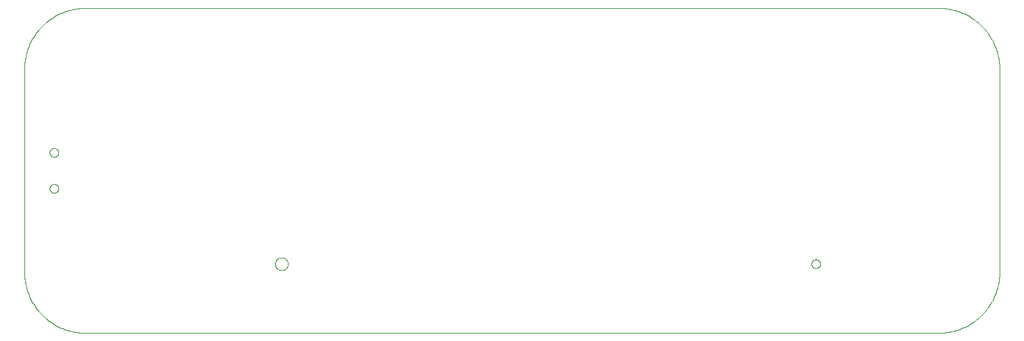
<source format=gbp>
G04 EAGLE Gerber RS-274X export*
G75*
%MOMM*%
%FSLAX34Y34*%
%LPD*%
%INBottom solder paste for stencil*%
%IPPOS*%
%AMOC8*
5,1,8,0,0,1.08239X$1,22.5*%
G01*
%ADD10C,0.000000*%


D10*
X76200Y0D02*
X1143000Y0D01*
X1219000Y76200D02*
X1219000Y330200D01*
X1143000Y406400D02*
X76200Y406400D01*
X0Y330200D02*
X0Y76200D01*
X22Y74359D01*
X89Y72519D01*
X200Y70680D01*
X356Y68846D01*
X556Y67015D01*
X800Y65190D01*
X1088Y63371D01*
X1420Y61560D01*
X1795Y59757D01*
X2214Y57964D01*
X2676Y56182D01*
X3182Y54411D01*
X3729Y52653D01*
X4320Y50909D01*
X4952Y49179D01*
X5625Y47465D01*
X6340Y45768D01*
X7096Y44089D01*
X7892Y42429D01*
X8728Y40788D01*
X9604Y39168D01*
X10518Y37570D01*
X11471Y35994D01*
X12461Y34441D01*
X13489Y32913D01*
X14553Y31411D01*
X15653Y29934D01*
X16789Y28485D01*
X17959Y27063D01*
X19163Y25670D01*
X20401Y24307D01*
X21671Y22973D01*
X22973Y21671D01*
X24307Y20401D01*
X25670Y19163D01*
X27063Y17959D01*
X28485Y16789D01*
X29934Y15653D01*
X31411Y14553D01*
X32913Y13489D01*
X34441Y12461D01*
X35994Y11471D01*
X37570Y10518D01*
X39168Y9604D01*
X40788Y8728D01*
X42429Y7892D01*
X44089Y7096D01*
X45768Y6340D01*
X47465Y5625D01*
X49179Y4952D01*
X50909Y4320D01*
X52653Y3729D01*
X54411Y3182D01*
X56182Y2676D01*
X57964Y2214D01*
X59757Y1795D01*
X61560Y1420D01*
X63371Y1088D01*
X65190Y800D01*
X67015Y556D01*
X68846Y356D01*
X70680Y200D01*
X72519Y89D01*
X74359Y22D01*
X76200Y0D01*
X0Y330200D02*
X22Y332041D01*
X89Y333881D01*
X200Y335720D01*
X356Y337554D01*
X556Y339385D01*
X800Y341210D01*
X1088Y343029D01*
X1420Y344840D01*
X1795Y346643D01*
X2214Y348436D01*
X2676Y350218D01*
X3182Y351989D01*
X3729Y353747D01*
X4320Y355491D01*
X4952Y357221D01*
X5625Y358935D01*
X6340Y360632D01*
X7096Y362311D01*
X7892Y363971D01*
X8728Y365612D01*
X9604Y367232D01*
X10518Y368830D01*
X11471Y370406D01*
X12461Y371959D01*
X13489Y373487D01*
X14553Y374989D01*
X15653Y376466D01*
X16789Y377915D01*
X17959Y379337D01*
X19163Y380730D01*
X20401Y382093D01*
X21671Y383427D01*
X22973Y384729D01*
X24307Y385999D01*
X25670Y387237D01*
X27063Y388441D01*
X28485Y389611D01*
X29934Y390747D01*
X31411Y391847D01*
X32913Y392911D01*
X34441Y393939D01*
X35994Y394929D01*
X37570Y395882D01*
X39168Y396796D01*
X40788Y397672D01*
X42429Y398508D01*
X44089Y399304D01*
X45768Y400060D01*
X47465Y400775D01*
X49179Y401448D01*
X50909Y402080D01*
X52653Y402671D01*
X54411Y403218D01*
X56182Y403724D01*
X57964Y404186D01*
X59757Y404605D01*
X61560Y404980D01*
X63371Y405312D01*
X65190Y405600D01*
X67015Y405844D01*
X68846Y406044D01*
X70680Y406200D01*
X72519Y406311D01*
X74359Y406378D01*
X76200Y406400D01*
X1143000Y406400D02*
X1144839Y406375D01*
X1146677Y406306D01*
X1148512Y406193D01*
X1150344Y406035D01*
X1152172Y405833D01*
X1153995Y405587D01*
X1155811Y405297D01*
X1157619Y404963D01*
X1159419Y404586D01*
X1161209Y404165D01*
X1162989Y403701D01*
X1164756Y403194D01*
X1166511Y402644D01*
X1168252Y402053D01*
X1169979Y401419D01*
X1171690Y400744D01*
X1173383Y400028D01*
X1175059Y399271D01*
X1176716Y398474D01*
X1178354Y397637D01*
X1179971Y396760D01*
X1181566Y395845D01*
X1183138Y394892D01*
X1184687Y393901D01*
X1186212Y392872D01*
X1187711Y391807D01*
X1189184Y390707D01*
X1190631Y389571D01*
X1192049Y388400D01*
X1193438Y387195D01*
X1194798Y385957D01*
X1196128Y384687D01*
X1197427Y383385D01*
X1198694Y382052D01*
X1199928Y380689D01*
X1201129Y379296D01*
X1202296Y377875D01*
X1203428Y376426D01*
X1204525Y374950D01*
X1205586Y373447D01*
X1206610Y371920D01*
X1207597Y370368D01*
X1208547Y368793D01*
X1209458Y367196D01*
X1210330Y365577D01*
X1211162Y363937D01*
X1211955Y362278D01*
X1212708Y360600D01*
X1213420Y358904D01*
X1214090Y357192D01*
X1214719Y355464D01*
X1215306Y353721D01*
X1215851Y351965D01*
X1216353Y350196D01*
X1216813Y348415D01*
X1217229Y346624D01*
X1217601Y344823D01*
X1217931Y343013D01*
X1218216Y341197D01*
X1218457Y339374D01*
X1218654Y337545D01*
X1218807Y335713D01*
X1218916Y333877D01*
X1218980Y332039D01*
X1219000Y330200D01*
X1219000Y76200D02*
X1218980Y74361D01*
X1218916Y72523D01*
X1218807Y70687D01*
X1218654Y68855D01*
X1218457Y67026D01*
X1218216Y65203D01*
X1217931Y63387D01*
X1217601Y61577D01*
X1217229Y59776D01*
X1216813Y57985D01*
X1216353Y56204D01*
X1215851Y54435D01*
X1215306Y52679D01*
X1214719Y50936D01*
X1214090Y49208D01*
X1213420Y47496D01*
X1212708Y45800D01*
X1211955Y44122D01*
X1211162Y42463D01*
X1210330Y40823D01*
X1209458Y39204D01*
X1208547Y37607D01*
X1207597Y36032D01*
X1206610Y34480D01*
X1205586Y32953D01*
X1204525Y31450D01*
X1203428Y29974D01*
X1202296Y28525D01*
X1201129Y27104D01*
X1199928Y25711D01*
X1198694Y24348D01*
X1197427Y23015D01*
X1196128Y21713D01*
X1194798Y20443D01*
X1193438Y19205D01*
X1192049Y18000D01*
X1190631Y16829D01*
X1189184Y15693D01*
X1187711Y14593D01*
X1186212Y13528D01*
X1184687Y12499D01*
X1183138Y11508D01*
X1181566Y10555D01*
X1179971Y9640D01*
X1178354Y8763D01*
X1176716Y7926D01*
X1175059Y7129D01*
X1173383Y6372D01*
X1171690Y5656D01*
X1169979Y4981D01*
X1168252Y4347D01*
X1166511Y3756D01*
X1164756Y3206D01*
X1162989Y2699D01*
X1161209Y2235D01*
X1159419Y1814D01*
X1157619Y1437D01*
X1155811Y1103D01*
X1153995Y813D01*
X1152172Y567D01*
X1150344Y365D01*
X1148512Y207D01*
X1146677Y94D01*
X1144839Y25D01*
X1143000Y0D01*
X31600Y225700D02*
X31602Y225848D01*
X31608Y225996D01*
X31618Y226144D01*
X31632Y226292D01*
X31650Y226439D01*
X31672Y226586D01*
X31698Y226732D01*
X31727Y226877D01*
X31761Y227022D01*
X31799Y227165D01*
X31840Y227308D01*
X31885Y227449D01*
X31935Y227589D01*
X31987Y227727D01*
X32044Y227865D01*
X32104Y228000D01*
X32168Y228134D01*
X32235Y228266D01*
X32306Y228396D01*
X32381Y228525D01*
X32459Y228651D01*
X32540Y228775D01*
X32624Y228897D01*
X32712Y229016D01*
X32803Y229133D01*
X32897Y229248D01*
X32995Y229360D01*
X33095Y229469D01*
X33198Y229576D01*
X33304Y229680D01*
X33412Y229781D01*
X33524Y229879D01*
X33638Y229974D01*
X33754Y230065D01*
X33873Y230154D01*
X33994Y230239D01*
X34118Y230321D01*
X34244Y230400D01*
X34371Y230475D01*
X34501Y230547D01*
X34633Y230616D01*
X34766Y230680D01*
X34901Y230741D01*
X35038Y230799D01*
X35176Y230853D01*
X35316Y230903D01*
X35457Y230949D01*
X35599Y230991D01*
X35742Y231030D01*
X35886Y231064D01*
X36032Y231095D01*
X36177Y231122D01*
X36324Y231145D01*
X36471Y231164D01*
X36619Y231179D01*
X36766Y231190D01*
X36915Y231197D01*
X37063Y231200D01*
X37211Y231199D01*
X37359Y231194D01*
X37507Y231185D01*
X37655Y231172D01*
X37803Y231155D01*
X37949Y231134D01*
X38096Y231109D01*
X38241Y231080D01*
X38386Y231048D01*
X38529Y231011D01*
X38672Y230971D01*
X38814Y230926D01*
X38954Y230878D01*
X39093Y230826D01*
X39230Y230771D01*
X39366Y230711D01*
X39501Y230648D01*
X39633Y230582D01*
X39764Y230512D01*
X39893Y230438D01*
X40019Y230361D01*
X40144Y230281D01*
X40266Y230197D01*
X40387Y230110D01*
X40504Y230020D01*
X40620Y229926D01*
X40732Y229830D01*
X40842Y229731D01*
X40950Y229628D01*
X41054Y229523D01*
X41156Y229415D01*
X41254Y229304D01*
X41350Y229191D01*
X41443Y229075D01*
X41532Y228957D01*
X41618Y228836D01*
X41701Y228713D01*
X41781Y228588D01*
X41857Y228461D01*
X41930Y228331D01*
X41999Y228200D01*
X42064Y228067D01*
X42127Y227933D01*
X42185Y227796D01*
X42240Y227658D01*
X42290Y227519D01*
X42338Y227378D01*
X42381Y227237D01*
X42421Y227094D01*
X42456Y226950D01*
X42488Y226805D01*
X42516Y226659D01*
X42540Y226513D01*
X42560Y226366D01*
X42576Y226218D01*
X42588Y226071D01*
X42596Y225922D01*
X42600Y225774D01*
X42600Y225626D01*
X42596Y225478D01*
X42588Y225329D01*
X42576Y225182D01*
X42560Y225034D01*
X42540Y224887D01*
X42516Y224741D01*
X42488Y224595D01*
X42456Y224450D01*
X42421Y224306D01*
X42381Y224163D01*
X42338Y224022D01*
X42290Y223881D01*
X42240Y223742D01*
X42185Y223604D01*
X42127Y223467D01*
X42064Y223333D01*
X41999Y223200D01*
X41930Y223069D01*
X41857Y222939D01*
X41781Y222812D01*
X41701Y222687D01*
X41618Y222564D01*
X41532Y222443D01*
X41443Y222325D01*
X41350Y222209D01*
X41254Y222096D01*
X41156Y221985D01*
X41054Y221877D01*
X40950Y221772D01*
X40842Y221669D01*
X40732Y221570D01*
X40620Y221474D01*
X40504Y221380D01*
X40387Y221290D01*
X40266Y221203D01*
X40144Y221119D01*
X40019Y221039D01*
X39893Y220962D01*
X39764Y220888D01*
X39633Y220818D01*
X39501Y220752D01*
X39366Y220689D01*
X39230Y220629D01*
X39093Y220574D01*
X38954Y220522D01*
X38814Y220474D01*
X38672Y220429D01*
X38529Y220389D01*
X38386Y220352D01*
X38241Y220320D01*
X38096Y220291D01*
X37949Y220266D01*
X37803Y220245D01*
X37655Y220228D01*
X37507Y220215D01*
X37359Y220206D01*
X37211Y220201D01*
X37063Y220200D01*
X36915Y220203D01*
X36766Y220210D01*
X36619Y220221D01*
X36471Y220236D01*
X36324Y220255D01*
X36177Y220278D01*
X36032Y220305D01*
X35886Y220336D01*
X35742Y220370D01*
X35599Y220409D01*
X35457Y220451D01*
X35316Y220497D01*
X35176Y220547D01*
X35038Y220601D01*
X34901Y220659D01*
X34766Y220720D01*
X34633Y220784D01*
X34501Y220853D01*
X34371Y220925D01*
X34244Y221000D01*
X34118Y221079D01*
X33994Y221161D01*
X33873Y221246D01*
X33754Y221335D01*
X33638Y221426D01*
X33524Y221521D01*
X33412Y221619D01*
X33304Y221720D01*
X33198Y221824D01*
X33095Y221931D01*
X32995Y222040D01*
X32897Y222152D01*
X32803Y222267D01*
X32712Y222384D01*
X32624Y222503D01*
X32540Y222625D01*
X32459Y222749D01*
X32381Y222875D01*
X32306Y223004D01*
X32235Y223134D01*
X32168Y223266D01*
X32104Y223400D01*
X32044Y223535D01*
X31987Y223673D01*
X31935Y223811D01*
X31885Y223951D01*
X31840Y224092D01*
X31799Y224235D01*
X31761Y224378D01*
X31727Y224523D01*
X31698Y224668D01*
X31672Y224814D01*
X31650Y224961D01*
X31632Y225108D01*
X31618Y225256D01*
X31608Y225404D01*
X31602Y225552D01*
X31600Y225700D01*
X31600Y180700D02*
X31602Y180848D01*
X31608Y180996D01*
X31618Y181144D01*
X31632Y181292D01*
X31650Y181439D01*
X31672Y181586D01*
X31698Y181732D01*
X31727Y181877D01*
X31761Y182022D01*
X31799Y182165D01*
X31840Y182308D01*
X31885Y182449D01*
X31935Y182589D01*
X31987Y182727D01*
X32044Y182865D01*
X32104Y183000D01*
X32168Y183134D01*
X32235Y183266D01*
X32306Y183396D01*
X32381Y183525D01*
X32459Y183651D01*
X32540Y183775D01*
X32624Y183897D01*
X32712Y184016D01*
X32803Y184133D01*
X32897Y184248D01*
X32995Y184360D01*
X33095Y184469D01*
X33198Y184576D01*
X33304Y184680D01*
X33412Y184781D01*
X33524Y184879D01*
X33638Y184974D01*
X33754Y185065D01*
X33873Y185154D01*
X33994Y185239D01*
X34118Y185321D01*
X34244Y185400D01*
X34371Y185475D01*
X34501Y185547D01*
X34633Y185616D01*
X34766Y185680D01*
X34901Y185741D01*
X35038Y185799D01*
X35176Y185853D01*
X35316Y185903D01*
X35457Y185949D01*
X35599Y185991D01*
X35742Y186030D01*
X35886Y186064D01*
X36032Y186095D01*
X36177Y186122D01*
X36324Y186145D01*
X36471Y186164D01*
X36619Y186179D01*
X36766Y186190D01*
X36915Y186197D01*
X37063Y186200D01*
X37211Y186199D01*
X37359Y186194D01*
X37507Y186185D01*
X37655Y186172D01*
X37803Y186155D01*
X37949Y186134D01*
X38096Y186109D01*
X38241Y186080D01*
X38386Y186048D01*
X38529Y186011D01*
X38672Y185971D01*
X38814Y185926D01*
X38954Y185878D01*
X39093Y185826D01*
X39230Y185771D01*
X39366Y185711D01*
X39501Y185648D01*
X39633Y185582D01*
X39764Y185512D01*
X39893Y185438D01*
X40019Y185361D01*
X40144Y185281D01*
X40266Y185197D01*
X40387Y185110D01*
X40504Y185020D01*
X40620Y184926D01*
X40732Y184830D01*
X40842Y184731D01*
X40950Y184628D01*
X41054Y184523D01*
X41156Y184415D01*
X41254Y184304D01*
X41350Y184191D01*
X41443Y184075D01*
X41532Y183957D01*
X41618Y183836D01*
X41701Y183713D01*
X41781Y183588D01*
X41857Y183461D01*
X41930Y183331D01*
X41999Y183200D01*
X42064Y183067D01*
X42127Y182933D01*
X42185Y182796D01*
X42240Y182658D01*
X42290Y182519D01*
X42338Y182378D01*
X42381Y182237D01*
X42421Y182094D01*
X42456Y181950D01*
X42488Y181805D01*
X42516Y181659D01*
X42540Y181513D01*
X42560Y181366D01*
X42576Y181218D01*
X42588Y181071D01*
X42596Y180922D01*
X42600Y180774D01*
X42600Y180626D01*
X42596Y180478D01*
X42588Y180329D01*
X42576Y180182D01*
X42560Y180034D01*
X42540Y179887D01*
X42516Y179741D01*
X42488Y179595D01*
X42456Y179450D01*
X42421Y179306D01*
X42381Y179163D01*
X42338Y179022D01*
X42290Y178881D01*
X42240Y178742D01*
X42185Y178604D01*
X42127Y178467D01*
X42064Y178333D01*
X41999Y178200D01*
X41930Y178069D01*
X41857Y177939D01*
X41781Y177812D01*
X41701Y177687D01*
X41618Y177564D01*
X41532Y177443D01*
X41443Y177325D01*
X41350Y177209D01*
X41254Y177096D01*
X41156Y176985D01*
X41054Y176877D01*
X40950Y176772D01*
X40842Y176669D01*
X40732Y176570D01*
X40620Y176474D01*
X40504Y176380D01*
X40387Y176290D01*
X40266Y176203D01*
X40144Y176119D01*
X40019Y176039D01*
X39893Y175962D01*
X39764Y175888D01*
X39633Y175818D01*
X39501Y175752D01*
X39366Y175689D01*
X39230Y175629D01*
X39093Y175574D01*
X38954Y175522D01*
X38814Y175474D01*
X38672Y175429D01*
X38529Y175389D01*
X38386Y175352D01*
X38241Y175320D01*
X38096Y175291D01*
X37949Y175266D01*
X37803Y175245D01*
X37655Y175228D01*
X37507Y175215D01*
X37359Y175206D01*
X37211Y175201D01*
X37063Y175200D01*
X36915Y175203D01*
X36766Y175210D01*
X36619Y175221D01*
X36471Y175236D01*
X36324Y175255D01*
X36177Y175278D01*
X36032Y175305D01*
X35886Y175336D01*
X35742Y175370D01*
X35599Y175409D01*
X35457Y175451D01*
X35316Y175497D01*
X35176Y175547D01*
X35038Y175601D01*
X34901Y175659D01*
X34766Y175720D01*
X34633Y175784D01*
X34501Y175853D01*
X34371Y175925D01*
X34244Y176000D01*
X34118Y176079D01*
X33994Y176161D01*
X33873Y176246D01*
X33754Y176335D01*
X33638Y176426D01*
X33524Y176521D01*
X33412Y176619D01*
X33304Y176720D01*
X33198Y176824D01*
X33095Y176931D01*
X32995Y177040D01*
X32897Y177152D01*
X32803Y177267D01*
X32712Y177384D01*
X32624Y177503D01*
X32540Y177625D01*
X32459Y177749D01*
X32381Y177875D01*
X32306Y178004D01*
X32235Y178134D01*
X32168Y178266D01*
X32104Y178400D01*
X32044Y178535D01*
X31987Y178673D01*
X31935Y178811D01*
X31885Y178951D01*
X31840Y179092D01*
X31799Y179235D01*
X31761Y179378D01*
X31727Y179523D01*
X31698Y179668D01*
X31672Y179814D01*
X31650Y179961D01*
X31632Y180108D01*
X31618Y180256D01*
X31608Y180404D01*
X31602Y180552D01*
X31600Y180700D01*
X313480Y86360D02*
X313482Y86556D01*
X313490Y86753D01*
X313502Y86949D01*
X313519Y87144D01*
X313540Y87339D01*
X313567Y87534D01*
X313598Y87728D01*
X313634Y87921D01*
X313674Y88113D01*
X313720Y88304D01*
X313770Y88494D01*
X313824Y88682D01*
X313884Y88869D01*
X313948Y89055D01*
X314016Y89239D01*
X314089Y89421D01*
X314166Y89602D01*
X314248Y89780D01*
X314334Y89957D01*
X314425Y90131D01*
X314519Y90303D01*
X314618Y90473D01*
X314721Y90640D01*
X314828Y90805D01*
X314939Y90966D01*
X315054Y91126D01*
X315173Y91282D01*
X315296Y91435D01*
X315422Y91585D01*
X315552Y91732D01*
X315686Y91876D01*
X315823Y92017D01*
X315964Y92154D01*
X316108Y92288D01*
X316255Y92418D01*
X316405Y92544D01*
X316558Y92667D01*
X316714Y92786D01*
X316874Y92901D01*
X317035Y93012D01*
X317200Y93119D01*
X317367Y93222D01*
X317537Y93321D01*
X317709Y93415D01*
X317883Y93506D01*
X318060Y93592D01*
X318238Y93674D01*
X318419Y93751D01*
X318601Y93824D01*
X318785Y93892D01*
X318971Y93956D01*
X319158Y94016D01*
X319346Y94070D01*
X319536Y94120D01*
X319727Y94166D01*
X319919Y94206D01*
X320112Y94242D01*
X320306Y94273D01*
X320501Y94300D01*
X320696Y94321D01*
X320891Y94338D01*
X321087Y94350D01*
X321284Y94358D01*
X321480Y94360D01*
X321676Y94358D01*
X321873Y94350D01*
X322069Y94338D01*
X322264Y94321D01*
X322459Y94300D01*
X322654Y94273D01*
X322848Y94242D01*
X323041Y94206D01*
X323233Y94166D01*
X323424Y94120D01*
X323614Y94070D01*
X323802Y94016D01*
X323989Y93956D01*
X324175Y93892D01*
X324359Y93824D01*
X324541Y93751D01*
X324722Y93674D01*
X324900Y93592D01*
X325077Y93506D01*
X325251Y93415D01*
X325423Y93321D01*
X325593Y93222D01*
X325760Y93119D01*
X325925Y93012D01*
X326086Y92901D01*
X326246Y92786D01*
X326402Y92667D01*
X326555Y92544D01*
X326705Y92418D01*
X326852Y92288D01*
X326996Y92154D01*
X327137Y92017D01*
X327274Y91876D01*
X327408Y91732D01*
X327538Y91585D01*
X327664Y91435D01*
X327787Y91282D01*
X327906Y91126D01*
X328021Y90966D01*
X328132Y90805D01*
X328239Y90640D01*
X328342Y90473D01*
X328441Y90303D01*
X328535Y90131D01*
X328626Y89957D01*
X328712Y89780D01*
X328794Y89602D01*
X328871Y89421D01*
X328944Y89239D01*
X329012Y89055D01*
X329076Y88869D01*
X329136Y88682D01*
X329190Y88494D01*
X329240Y88304D01*
X329286Y88113D01*
X329326Y87921D01*
X329362Y87728D01*
X329393Y87534D01*
X329420Y87339D01*
X329441Y87144D01*
X329458Y86949D01*
X329470Y86753D01*
X329478Y86556D01*
X329480Y86360D01*
X329478Y86164D01*
X329470Y85967D01*
X329458Y85771D01*
X329441Y85576D01*
X329420Y85381D01*
X329393Y85186D01*
X329362Y84992D01*
X329326Y84799D01*
X329286Y84607D01*
X329240Y84416D01*
X329190Y84226D01*
X329136Y84038D01*
X329076Y83851D01*
X329012Y83665D01*
X328944Y83481D01*
X328871Y83299D01*
X328794Y83118D01*
X328712Y82940D01*
X328626Y82763D01*
X328535Y82589D01*
X328441Y82417D01*
X328342Y82247D01*
X328239Y82080D01*
X328132Y81915D01*
X328021Y81754D01*
X327906Y81594D01*
X327787Y81438D01*
X327664Y81285D01*
X327538Y81135D01*
X327408Y80988D01*
X327274Y80844D01*
X327137Y80703D01*
X326996Y80566D01*
X326852Y80432D01*
X326705Y80302D01*
X326555Y80176D01*
X326402Y80053D01*
X326246Y79934D01*
X326086Y79819D01*
X325925Y79708D01*
X325760Y79601D01*
X325593Y79498D01*
X325423Y79399D01*
X325251Y79305D01*
X325077Y79214D01*
X324900Y79128D01*
X324722Y79046D01*
X324541Y78969D01*
X324359Y78896D01*
X324175Y78828D01*
X323989Y78764D01*
X323802Y78704D01*
X323614Y78650D01*
X323424Y78600D01*
X323233Y78554D01*
X323041Y78514D01*
X322848Y78478D01*
X322654Y78447D01*
X322459Y78420D01*
X322264Y78399D01*
X322069Y78382D01*
X321873Y78370D01*
X321676Y78362D01*
X321480Y78360D01*
X321284Y78362D01*
X321087Y78370D01*
X320891Y78382D01*
X320696Y78399D01*
X320501Y78420D01*
X320306Y78447D01*
X320112Y78478D01*
X319919Y78514D01*
X319727Y78554D01*
X319536Y78600D01*
X319346Y78650D01*
X319158Y78704D01*
X318971Y78764D01*
X318785Y78828D01*
X318601Y78896D01*
X318419Y78969D01*
X318238Y79046D01*
X318060Y79128D01*
X317883Y79214D01*
X317709Y79305D01*
X317537Y79399D01*
X317367Y79498D01*
X317200Y79601D01*
X317035Y79708D01*
X316874Y79819D01*
X316714Y79934D01*
X316558Y80053D01*
X316405Y80176D01*
X316255Y80302D01*
X316108Y80432D01*
X315964Y80566D01*
X315823Y80703D01*
X315686Y80844D01*
X315552Y80988D01*
X315422Y81135D01*
X315296Y81285D01*
X315173Y81438D01*
X315054Y81594D01*
X314939Y81754D01*
X314828Y81915D01*
X314721Y82080D01*
X314618Y82247D01*
X314519Y82417D01*
X314425Y82589D01*
X314334Y82763D01*
X314248Y82940D01*
X314166Y83118D01*
X314089Y83299D01*
X314016Y83481D01*
X313948Y83665D01*
X313884Y83851D01*
X313824Y84038D01*
X313770Y84226D01*
X313720Y84416D01*
X313674Y84607D01*
X313634Y84799D01*
X313598Y84992D01*
X313567Y85186D01*
X313540Y85381D01*
X313519Y85576D01*
X313502Y85771D01*
X313490Y85967D01*
X313482Y86164D01*
X313480Y86360D01*
X983980Y86360D02*
X983982Y86508D01*
X983988Y86656D01*
X983998Y86804D01*
X984012Y86952D01*
X984030Y87099D01*
X984052Y87246D01*
X984078Y87392D01*
X984107Y87537D01*
X984141Y87682D01*
X984179Y87825D01*
X984220Y87968D01*
X984265Y88109D01*
X984315Y88249D01*
X984367Y88387D01*
X984424Y88525D01*
X984484Y88660D01*
X984548Y88794D01*
X984615Y88926D01*
X984686Y89056D01*
X984761Y89185D01*
X984839Y89311D01*
X984920Y89435D01*
X985004Y89557D01*
X985092Y89676D01*
X985183Y89793D01*
X985277Y89908D01*
X985375Y90020D01*
X985475Y90129D01*
X985578Y90236D01*
X985684Y90340D01*
X985792Y90441D01*
X985904Y90539D01*
X986018Y90634D01*
X986134Y90725D01*
X986253Y90814D01*
X986374Y90899D01*
X986498Y90981D01*
X986624Y91060D01*
X986751Y91135D01*
X986881Y91207D01*
X987013Y91276D01*
X987146Y91340D01*
X987281Y91401D01*
X987418Y91459D01*
X987556Y91513D01*
X987696Y91563D01*
X987837Y91609D01*
X987979Y91651D01*
X988122Y91690D01*
X988266Y91724D01*
X988412Y91755D01*
X988557Y91782D01*
X988704Y91805D01*
X988851Y91824D01*
X988999Y91839D01*
X989146Y91850D01*
X989295Y91857D01*
X989443Y91860D01*
X989591Y91859D01*
X989739Y91854D01*
X989887Y91845D01*
X990035Y91832D01*
X990183Y91815D01*
X990329Y91794D01*
X990476Y91769D01*
X990621Y91740D01*
X990766Y91708D01*
X990909Y91671D01*
X991052Y91631D01*
X991194Y91586D01*
X991334Y91538D01*
X991473Y91486D01*
X991610Y91431D01*
X991746Y91371D01*
X991881Y91308D01*
X992013Y91242D01*
X992144Y91172D01*
X992273Y91098D01*
X992399Y91021D01*
X992524Y90941D01*
X992646Y90857D01*
X992767Y90770D01*
X992884Y90680D01*
X993000Y90586D01*
X993112Y90490D01*
X993222Y90391D01*
X993330Y90288D01*
X993434Y90183D01*
X993536Y90075D01*
X993634Y89964D01*
X993730Y89851D01*
X993823Y89735D01*
X993912Y89617D01*
X993998Y89496D01*
X994081Y89373D01*
X994161Y89248D01*
X994237Y89121D01*
X994310Y88991D01*
X994379Y88860D01*
X994444Y88727D01*
X994507Y88593D01*
X994565Y88456D01*
X994620Y88318D01*
X994670Y88179D01*
X994718Y88038D01*
X994761Y87897D01*
X994801Y87754D01*
X994836Y87610D01*
X994868Y87465D01*
X994896Y87319D01*
X994920Y87173D01*
X994940Y87026D01*
X994956Y86878D01*
X994968Y86731D01*
X994976Y86582D01*
X994980Y86434D01*
X994980Y86286D01*
X994976Y86138D01*
X994968Y85989D01*
X994956Y85842D01*
X994940Y85694D01*
X994920Y85547D01*
X994896Y85401D01*
X994868Y85255D01*
X994836Y85110D01*
X994801Y84966D01*
X994761Y84823D01*
X994718Y84682D01*
X994670Y84541D01*
X994620Y84402D01*
X994565Y84264D01*
X994507Y84127D01*
X994444Y83993D01*
X994379Y83860D01*
X994310Y83729D01*
X994237Y83599D01*
X994161Y83472D01*
X994081Y83347D01*
X993998Y83224D01*
X993912Y83103D01*
X993823Y82985D01*
X993730Y82869D01*
X993634Y82756D01*
X993536Y82645D01*
X993434Y82537D01*
X993330Y82432D01*
X993222Y82329D01*
X993112Y82230D01*
X993000Y82134D01*
X992884Y82040D01*
X992767Y81950D01*
X992646Y81863D01*
X992524Y81779D01*
X992399Y81699D01*
X992273Y81622D01*
X992144Y81548D01*
X992013Y81478D01*
X991881Y81412D01*
X991746Y81349D01*
X991610Y81289D01*
X991473Y81234D01*
X991334Y81182D01*
X991194Y81134D01*
X991052Y81089D01*
X990909Y81049D01*
X990766Y81012D01*
X990621Y80980D01*
X990476Y80951D01*
X990329Y80926D01*
X990183Y80905D01*
X990035Y80888D01*
X989887Y80875D01*
X989739Y80866D01*
X989591Y80861D01*
X989443Y80860D01*
X989295Y80863D01*
X989146Y80870D01*
X988999Y80881D01*
X988851Y80896D01*
X988704Y80915D01*
X988557Y80938D01*
X988412Y80965D01*
X988266Y80996D01*
X988122Y81030D01*
X987979Y81069D01*
X987837Y81111D01*
X987696Y81157D01*
X987556Y81207D01*
X987418Y81261D01*
X987281Y81319D01*
X987146Y81380D01*
X987013Y81444D01*
X986881Y81513D01*
X986751Y81585D01*
X986624Y81660D01*
X986498Y81739D01*
X986374Y81821D01*
X986253Y81906D01*
X986134Y81995D01*
X986018Y82086D01*
X985904Y82181D01*
X985792Y82279D01*
X985684Y82380D01*
X985578Y82484D01*
X985475Y82591D01*
X985375Y82700D01*
X985277Y82812D01*
X985183Y82927D01*
X985092Y83044D01*
X985004Y83163D01*
X984920Y83285D01*
X984839Y83409D01*
X984761Y83535D01*
X984686Y83664D01*
X984615Y83794D01*
X984548Y83926D01*
X984484Y84060D01*
X984424Y84195D01*
X984367Y84333D01*
X984315Y84471D01*
X984265Y84611D01*
X984220Y84752D01*
X984179Y84895D01*
X984141Y85038D01*
X984107Y85183D01*
X984078Y85328D01*
X984052Y85474D01*
X984030Y85621D01*
X984012Y85768D01*
X983998Y85916D01*
X983988Y86064D01*
X983982Y86212D01*
X983980Y86360D01*
M02*

</source>
